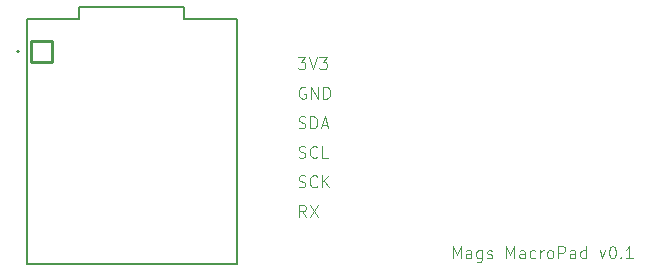
<source format=gto>
%TF.GenerationSoftware,KiCad,Pcbnew,8.0.0*%
%TF.CreationDate,2024-03-18T12:55:46-04:00*%
%TF.ProjectId,mmp,6d6d702e-6b69-4636-9164-5f7063625858,rev?*%
%TF.SameCoordinates,Original*%
%TF.FileFunction,Legend,Top*%
%TF.FilePolarity,Positive*%
%FSLAX46Y46*%
G04 Gerber Fmt 4.6, Leading zero omitted, Abs format (unit mm)*
G04 Created by KiCad (PCBNEW 8.0.0) date 2024-03-18 12:55:46*
%MOMM*%
%LPD*%
G01*
G04 APERTURE LIST*
G04 Aperture macros list*
%AMRoundRect*
0 Rectangle with rounded corners*
0 $1 Rounding radius*
0 $2 $3 $4 $5 $6 $7 $8 $9 X,Y pos of 4 corners*
0 Add a 4 corners polygon primitive as box body*
4,1,4,$2,$3,$4,$5,$6,$7,$8,$9,$2,$3,0*
0 Add four circle primitives for the rounded corners*
1,1,$1+$1,$2,$3*
1,1,$1+$1,$4,$5*
1,1,$1+$1,$6,$7*
1,1,$1+$1,$8,$9*
0 Add four rect primitives between the rounded corners*
20,1,$1+$1,$2,$3,$4,$5,0*
20,1,$1+$1,$4,$5,$6,$7,0*
20,1,$1+$1,$6,$7,$8,$9,0*
20,1,$1+$1,$8,$9,$2,$3,0*%
G04 Aperture macros list end*
%ADD10C,0.100000*%
%ADD11C,0.127000*%
%ADD12C,0.200000*%
%ADD13C,1.701800*%
%ADD14C,3.987800*%
%ADD15RoundRect,0.102000X-0.900000X-0.900000X0.900000X-0.900000X0.900000X0.900000X-0.900000X0.900000X0*%
%ADD16C,2.004000*%
%ADD17C,0.700000*%
%ADD18C,4.400000*%
%ADD19R,1.700000X1.700000*%
%ADD20O,1.700000X1.700000*%
G04 APERTURE END LIST*
D10*
X124375312Y-54872419D02*
X124041979Y-54396228D01*
X123803884Y-54872419D02*
X123803884Y-53872419D01*
X123803884Y-53872419D02*
X124184836Y-53872419D01*
X124184836Y-53872419D02*
X124280074Y-53920038D01*
X124280074Y-53920038D02*
X124327693Y-53967657D01*
X124327693Y-53967657D02*
X124375312Y-54062895D01*
X124375312Y-54062895D02*
X124375312Y-54205752D01*
X124375312Y-54205752D02*
X124327693Y-54300990D01*
X124327693Y-54300990D02*
X124280074Y-54348609D01*
X124280074Y-54348609D02*
X124184836Y-54396228D01*
X124184836Y-54396228D02*
X123803884Y-54396228D01*
X124708646Y-53872419D02*
X125375312Y-54872419D01*
X125375312Y-53872419D02*
X124708646Y-54872419D01*
X123756265Y-52324800D02*
X123899122Y-52372419D01*
X123899122Y-52372419D02*
X124137217Y-52372419D01*
X124137217Y-52372419D02*
X124232455Y-52324800D01*
X124232455Y-52324800D02*
X124280074Y-52277180D01*
X124280074Y-52277180D02*
X124327693Y-52181942D01*
X124327693Y-52181942D02*
X124327693Y-52086704D01*
X124327693Y-52086704D02*
X124280074Y-51991466D01*
X124280074Y-51991466D02*
X124232455Y-51943847D01*
X124232455Y-51943847D02*
X124137217Y-51896228D01*
X124137217Y-51896228D02*
X123946741Y-51848609D01*
X123946741Y-51848609D02*
X123851503Y-51800990D01*
X123851503Y-51800990D02*
X123803884Y-51753371D01*
X123803884Y-51753371D02*
X123756265Y-51658133D01*
X123756265Y-51658133D02*
X123756265Y-51562895D01*
X123756265Y-51562895D02*
X123803884Y-51467657D01*
X123803884Y-51467657D02*
X123851503Y-51420038D01*
X123851503Y-51420038D02*
X123946741Y-51372419D01*
X123946741Y-51372419D02*
X124184836Y-51372419D01*
X124184836Y-51372419D02*
X124327693Y-51420038D01*
X125327693Y-52277180D02*
X125280074Y-52324800D01*
X125280074Y-52324800D02*
X125137217Y-52372419D01*
X125137217Y-52372419D02*
X125041979Y-52372419D01*
X125041979Y-52372419D02*
X124899122Y-52324800D01*
X124899122Y-52324800D02*
X124803884Y-52229561D01*
X124803884Y-52229561D02*
X124756265Y-52134323D01*
X124756265Y-52134323D02*
X124708646Y-51943847D01*
X124708646Y-51943847D02*
X124708646Y-51800990D01*
X124708646Y-51800990D02*
X124756265Y-51610514D01*
X124756265Y-51610514D02*
X124803884Y-51515276D01*
X124803884Y-51515276D02*
X124899122Y-51420038D01*
X124899122Y-51420038D02*
X125041979Y-51372419D01*
X125041979Y-51372419D02*
X125137217Y-51372419D01*
X125137217Y-51372419D02*
X125280074Y-51420038D01*
X125280074Y-51420038D02*
X125327693Y-51467657D01*
X125756265Y-52372419D02*
X125756265Y-51372419D01*
X126327693Y-52372419D02*
X125899122Y-51800990D01*
X126327693Y-51372419D02*
X125756265Y-51943847D01*
X123756265Y-49824800D02*
X123899122Y-49872419D01*
X123899122Y-49872419D02*
X124137217Y-49872419D01*
X124137217Y-49872419D02*
X124232455Y-49824800D01*
X124232455Y-49824800D02*
X124280074Y-49777180D01*
X124280074Y-49777180D02*
X124327693Y-49681942D01*
X124327693Y-49681942D02*
X124327693Y-49586704D01*
X124327693Y-49586704D02*
X124280074Y-49491466D01*
X124280074Y-49491466D02*
X124232455Y-49443847D01*
X124232455Y-49443847D02*
X124137217Y-49396228D01*
X124137217Y-49396228D02*
X123946741Y-49348609D01*
X123946741Y-49348609D02*
X123851503Y-49300990D01*
X123851503Y-49300990D02*
X123803884Y-49253371D01*
X123803884Y-49253371D02*
X123756265Y-49158133D01*
X123756265Y-49158133D02*
X123756265Y-49062895D01*
X123756265Y-49062895D02*
X123803884Y-48967657D01*
X123803884Y-48967657D02*
X123851503Y-48920038D01*
X123851503Y-48920038D02*
X123946741Y-48872419D01*
X123946741Y-48872419D02*
X124184836Y-48872419D01*
X124184836Y-48872419D02*
X124327693Y-48920038D01*
X125327693Y-49777180D02*
X125280074Y-49824800D01*
X125280074Y-49824800D02*
X125137217Y-49872419D01*
X125137217Y-49872419D02*
X125041979Y-49872419D01*
X125041979Y-49872419D02*
X124899122Y-49824800D01*
X124899122Y-49824800D02*
X124803884Y-49729561D01*
X124803884Y-49729561D02*
X124756265Y-49634323D01*
X124756265Y-49634323D02*
X124708646Y-49443847D01*
X124708646Y-49443847D02*
X124708646Y-49300990D01*
X124708646Y-49300990D02*
X124756265Y-49110514D01*
X124756265Y-49110514D02*
X124803884Y-49015276D01*
X124803884Y-49015276D02*
X124899122Y-48920038D01*
X124899122Y-48920038D02*
X125041979Y-48872419D01*
X125041979Y-48872419D02*
X125137217Y-48872419D01*
X125137217Y-48872419D02*
X125280074Y-48920038D01*
X125280074Y-48920038D02*
X125327693Y-48967657D01*
X126232455Y-49872419D02*
X125756265Y-49872419D01*
X125756265Y-49872419D02*
X125756265Y-48872419D01*
X123756265Y-47324800D02*
X123899122Y-47372419D01*
X123899122Y-47372419D02*
X124137217Y-47372419D01*
X124137217Y-47372419D02*
X124232455Y-47324800D01*
X124232455Y-47324800D02*
X124280074Y-47277180D01*
X124280074Y-47277180D02*
X124327693Y-47181942D01*
X124327693Y-47181942D02*
X124327693Y-47086704D01*
X124327693Y-47086704D02*
X124280074Y-46991466D01*
X124280074Y-46991466D02*
X124232455Y-46943847D01*
X124232455Y-46943847D02*
X124137217Y-46896228D01*
X124137217Y-46896228D02*
X123946741Y-46848609D01*
X123946741Y-46848609D02*
X123851503Y-46800990D01*
X123851503Y-46800990D02*
X123803884Y-46753371D01*
X123803884Y-46753371D02*
X123756265Y-46658133D01*
X123756265Y-46658133D02*
X123756265Y-46562895D01*
X123756265Y-46562895D02*
X123803884Y-46467657D01*
X123803884Y-46467657D02*
X123851503Y-46420038D01*
X123851503Y-46420038D02*
X123946741Y-46372419D01*
X123946741Y-46372419D02*
X124184836Y-46372419D01*
X124184836Y-46372419D02*
X124327693Y-46420038D01*
X124756265Y-47372419D02*
X124756265Y-46372419D01*
X124756265Y-46372419D02*
X124994360Y-46372419D01*
X124994360Y-46372419D02*
X125137217Y-46420038D01*
X125137217Y-46420038D02*
X125232455Y-46515276D01*
X125232455Y-46515276D02*
X125280074Y-46610514D01*
X125280074Y-46610514D02*
X125327693Y-46800990D01*
X125327693Y-46800990D02*
X125327693Y-46943847D01*
X125327693Y-46943847D02*
X125280074Y-47134323D01*
X125280074Y-47134323D02*
X125232455Y-47229561D01*
X125232455Y-47229561D02*
X125137217Y-47324800D01*
X125137217Y-47324800D02*
X124994360Y-47372419D01*
X124994360Y-47372419D02*
X124756265Y-47372419D01*
X125708646Y-47086704D02*
X126184836Y-47086704D01*
X125613408Y-47372419D02*
X125946741Y-46372419D01*
X125946741Y-46372419D02*
X126280074Y-47372419D01*
X124327693Y-43920038D02*
X124232455Y-43872419D01*
X124232455Y-43872419D02*
X124089598Y-43872419D01*
X124089598Y-43872419D02*
X123946741Y-43920038D01*
X123946741Y-43920038D02*
X123851503Y-44015276D01*
X123851503Y-44015276D02*
X123803884Y-44110514D01*
X123803884Y-44110514D02*
X123756265Y-44300990D01*
X123756265Y-44300990D02*
X123756265Y-44443847D01*
X123756265Y-44443847D02*
X123803884Y-44634323D01*
X123803884Y-44634323D02*
X123851503Y-44729561D01*
X123851503Y-44729561D02*
X123946741Y-44824800D01*
X123946741Y-44824800D02*
X124089598Y-44872419D01*
X124089598Y-44872419D02*
X124184836Y-44872419D01*
X124184836Y-44872419D02*
X124327693Y-44824800D01*
X124327693Y-44824800D02*
X124375312Y-44777180D01*
X124375312Y-44777180D02*
X124375312Y-44443847D01*
X124375312Y-44443847D02*
X124184836Y-44443847D01*
X124803884Y-44872419D02*
X124803884Y-43872419D01*
X124803884Y-43872419D02*
X125375312Y-44872419D01*
X125375312Y-44872419D02*
X125375312Y-43872419D01*
X125851503Y-44872419D02*
X125851503Y-43872419D01*
X125851503Y-43872419D02*
X126089598Y-43872419D01*
X126089598Y-43872419D02*
X126232455Y-43920038D01*
X126232455Y-43920038D02*
X126327693Y-44015276D01*
X126327693Y-44015276D02*
X126375312Y-44110514D01*
X126375312Y-44110514D02*
X126422931Y-44300990D01*
X126422931Y-44300990D02*
X126422931Y-44443847D01*
X126422931Y-44443847D02*
X126375312Y-44634323D01*
X126375312Y-44634323D02*
X126327693Y-44729561D01*
X126327693Y-44729561D02*
X126232455Y-44824800D01*
X126232455Y-44824800D02*
X126089598Y-44872419D01*
X126089598Y-44872419D02*
X125851503Y-44872419D01*
X123708646Y-41372419D02*
X124327693Y-41372419D01*
X124327693Y-41372419D02*
X123994360Y-41753371D01*
X123994360Y-41753371D02*
X124137217Y-41753371D01*
X124137217Y-41753371D02*
X124232455Y-41800990D01*
X124232455Y-41800990D02*
X124280074Y-41848609D01*
X124280074Y-41848609D02*
X124327693Y-41943847D01*
X124327693Y-41943847D02*
X124327693Y-42181942D01*
X124327693Y-42181942D02*
X124280074Y-42277180D01*
X124280074Y-42277180D02*
X124232455Y-42324800D01*
X124232455Y-42324800D02*
X124137217Y-42372419D01*
X124137217Y-42372419D02*
X123851503Y-42372419D01*
X123851503Y-42372419D02*
X123756265Y-42324800D01*
X123756265Y-42324800D02*
X123708646Y-42277180D01*
X124613408Y-41372419D02*
X124946741Y-42372419D01*
X124946741Y-42372419D02*
X125280074Y-41372419D01*
X125518170Y-41372419D02*
X126137217Y-41372419D01*
X126137217Y-41372419D02*
X125803884Y-41753371D01*
X125803884Y-41753371D02*
X125946741Y-41753371D01*
X125946741Y-41753371D02*
X126041979Y-41800990D01*
X126041979Y-41800990D02*
X126089598Y-41848609D01*
X126089598Y-41848609D02*
X126137217Y-41943847D01*
X126137217Y-41943847D02*
X126137217Y-42181942D01*
X126137217Y-42181942D02*
X126089598Y-42277180D01*
X126089598Y-42277180D02*
X126041979Y-42324800D01*
X126041979Y-42324800D02*
X125946741Y-42372419D01*
X125946741Y-42372419D02*
X125661027Y-42372419D01*
X125661027Y-42372419D02*
X125565789Y-42324800D01*
X125565789Y-42324800D02*
X125518170Y-42277180D01*
X136803884Y-58372419D02*
X136803884Y-57372419D01*
X136803884Y-57372419D02*
X137137217Y-58086704D01*
X137137217Y-58086704D02*
X137470550Y-57372419D01*
X137470550Y-57372419D02*
X137470550Y-58372419D01*
X138375312Y-58372419D02*
X138375312Y-57848609D01*
X138375312Y-57848609D02*
X138327693Y-57753371D01*
X138327693Y-57753371D02*
X138232455Y-57705752D01*
X138232455Y-57705752D02*
X138041979Y-57705752D01*
X138041979Y-57705752D02*
X137946741Y-57753371D01*
X138375312Y-58324800D02*
X138280074Y-58372419D01*
X138280074Y-58372419D02*
X138041979Y-58372419D01*
X138041979Y-58372419D02*
X137946741Y-58324800D01*
X137946741Y-58324800D02*
X137899122Y-58229561D01*
X137899122Y-58229561D02*
X137899122Y-58134323D01*
X137899122Y-58134323D02*
X137946741Y-58039085D01*
X137946741Y-58039085D02*
X138041979Y-57991466D01*
X138041979Y-57991466D02*
X138280074Y-57991466D01*
X138280074Y-57991466D02*
X138375312Y-57943847D01*
X139280074Y-57705752D02*
X139280074Y-58515276D01*
X139280074Y-58515276D02*
X139232455Y-58610514D01*
X139232455Y-58610514D02*
X139184836Y-58658133D01*
X139184836Y-58658133D02*
X139089598Y-58705752D01*
X139089598Y-58705752D02*
X138946741Y-58705752D01*
X138946741Y-58705752D02*
X138851503Y-58658133D01*
X139280074Y-58324800D02*
X139184836Y-58372419D01*
X139184836Y-58372419D02*
X138994360Y-58372419D01*
X138994360Y-58372419D02*
X138899122Y-58324800D01*
X138899122Y-58324800D02*
X138851503Y-58277180D01*
X138851503Y-58277180D02*
X138803884Y-58181942D01*
X138803884Y-58181942D02*
X138803884Y-57896228D01*
X138803884Y-57896228D02*
X138851503Y-57800990D01*
X138851503Y-57800990D02*
X138899122Y-57753371D01*
X138899122Y-57753371D02*
X138994360Y-57705752D01*
X138994360Y-57705752D02*
X139184836Y-57705752D01*
X139184836Y-57705752D02*
X139280074Y-57753371D01*
X139708646Y-58324800D02*
X139803884Y-58372419D01*
X139803884Y-58372419D02*
X139994360Y-58372419D01*
X139994360Y-58372419D02*
X140089598Y-58324800D01*
X140089598Y-58324800D02*
X140137217Y-58229561D01*
X140137217Y-58229561D02*
X140137217Y-58181942D01*
X140137217Y-58181942D02*
X140089598Y-58086704D01*
X140089598Y-58086704D02*
X139994360Y-58039085D01*
X139994360Y-58039085D02*
X139851503Y-58039085D01*
X139851503Y-58039085D02*
X139756265Y-57991466D01*
X139756265Y-57991466D02*
X139708646Y-57896228D01*
X139708646Y-57896228D02*
X139708646Y-57848609D01*
X139708646Y-57848609D02*
X139756265Y-57753371D01*
X139756265Y-57753371D02*
X139851503Y-57705752D01*
X139851503Y-57705752D02*
X139994360Y-57705752D01*
X139994360Y-57705752D02*
X140089598Y-57753371D01*
X141327694Y-58372419D02*
X141327694Y-57372419D01*
X141327694Y-57372419D02*
X141661027Y-58086704D01*
X141661027Y-58086704D02*
X141994360Y-57372419D01*
X141994360Y-57372419D02*
X141994360Y-58372419D01*
X142899122Y-58372419D02*
X142899122Y-57848609D01*
X142899122Y-57848609D02*
X142851503Y-57753371D01*
X142851503Y-57753371D02*
X142756265Y-57705752D01*
X142756265Y-57705752D02*
X142565789Y-57705752D01*
X142565789Y-57705752D02*
X142470551Y-57753371D01*
X142899122Y-58324800D02*
X142803884Y-58372419D01*
X142803884Y-58372419D02*
X142565789Y-58372419D01*
X142565789Y-58372419D02*
X142470551Y-58324800D01*
X142470551Y-58324800D02*
X142422932Y-58229561D01*
X142422932Y-58229561D02*
X142422932Y-58134323D01*
X142422932Y-58134323D02*
X142470551Y-58039085D01*
X142470551Y-58039085D02*
X142565789Y-57991466D01*
X142565789Y-57991466D02*
X142803884Y-57991466D01*
X142803884Y-57991466D02*
X142899122Y-57943847D01*
X143803884Y-58324800D02*
X143708646Y-58372419D01*
X143708646Y-58372419D02*
X143518170Y-58372419D01*
X143518170Y-58372419D02*
X143422932Y-58324800D01*
X143422932Y-58324800D02*
X143375313Y-58277180D01*
X143375313Y-58277180D02*
X143327694Y-58181942D01*
X143327694Y-58181942D02*
X143327694Y-57896228D01*
X143327694Y-57896228D02*
X143375313Y-57800990D01*
X143375313Y-57800990D02*
X143422932Y-57753371D01*
X143422932Y-57753371D02*
X143518170Y-57705752D01*
X143518170Y-57705752D02*
X143708646Y-57705752D01*
X143708646Y-57705752D02*
X143803884Y-57753371D01*
X144232456Y-58372419D02*
X144232456Y-57705752D01*
X144232456Y-57896228D02*
X144280075Y-57800990D01*
X144280075Y-57800990D02*
X144327694Y-57753371D01*
X144327694Y-57753371D02*
X144422932Y-57705752D01*
X144422932Y-57705752D02*
X144518170Y-57705752D01*
X144994361Y-58372419D02*
X144899123Y-58324800D01*
X144899123Y-58324800D02*
X144851504Y-58277180D01*
X144851504Y-58277180D02*
X144803885Y-58181942D01*
X144803885Y-58181942D02*
X144803885Y-57896228D01*
X144803885Y-57896228D02*
X144851504Y-57800990D01*
X144851504Y-57800990D02*
X144899123Y-57753371D01*
X144899123Y-57753371D02*
X144994361Y-57705752D01*
X144994361Y-57705752D02*
X145137218Y-57705752D01*
X145137218Y-57705752D02*
X145232456Y-57753371D01*
X145232456Y-57753371D02*
X145280075Y-57800990D01*
X145280075Y-57800990D02*
X145327694Y-57896228D01*
X145327694Y-57896228D02*
X145327694Y-58181942D01*
X145327694Y-58181942D02*
X145280075Y-58277180D01*
X145280075Y-58277180D02*
X145232456Y-58324800D01*
X145232456Y-58324800D02*
X145137218Y-58372419D01*
X145137218Y-58372419D02*
X144994361Y-58372419D01*
X145756266Y-58372419D02*
X145756266Y-57372419D01*
X145756266Y-57372419D02*
X146137218Y-57372419D01*
X146137218Y-57372419D02*
X146232456Y-57420038D01*
X146232456Y-57420038D02*
X146280075Y-57467657D01*
X146280075Y-57467657D02*
X146327694Y-57562895D01*
X146327694Y-57562895D02*
X146327694Y-57705752D01*
X146327694Y-57705752D02*
X146280075Y-57800990D01*
X146280075Y-57800990D02*
X146232456Y-57848609D01*
X146232456Y-57848609D02*
X146137218Y-57896228D01*
X146137218Y-57896228D02*
X145756266Y-57896228D01*
X147184837Y-58372419D02*
X147184837Y-57848609D01*
X147184837Y-57848609D02*
X147137218Y-57753371D01*
X147137218Y-57753371D02*
X147041980Y-57705752D01*
X147041980Y-57705752D02*
X146851504Y-57705752D01*
X146851504Y-57705752D02*
X146756266Y-57753371D01*
X147184837Y-58324800D02*
X147089599Y-58372419D01*
X147089599Y-58372419D02*
X146851504Y-58372419D01*
X146851504Y-58372419D02*
X146756266Y-58324800D01*
X146756266Y-58324800D02*
X146708647Y-58229561D01*
X146708647Y-58229561D02*
X146708647Y-58134323D01*
X146708647Y-58134323D02*
X146756266Y-58039085D01*
X146756266Y-58039085D02*
X146851504Y-57991466D01*
X146851504Y-57991466D02*
X147089599Y-57991466D01*
X147089599Y-57991466D02*
X147184837Y-57943847D01*
X148089599Y-58372419D02*
X148089599Y-57372419D01*
X148089599Y-58324800D02*
X147994361Y-58372419D01*
X147994361Y-58372419D02*
X147803885Y-58372419D01*
X147803885Y-58372419D02*
X147708647Y-58324800D01*
X147708647Y-58324800D02*
X147661028Y-58277180D01*
X147661028Y-58277180D02*
X147613409Y-58181942D01*
X147613409Y-58181942D02*
X147613409Y-57896228D01*
X147613409Y-57896228D02*
X147661028Y-57800990D01*
X147661028Y-57800990D02*
X147708647Y-57753371D01*
X147708647Y-57753371D02*
X147803885Y-57705752D01*
X147803885Y-57705752D02*
X147994361Y-57705752D01*
X147994361Y-57705752D02*
X148089599Y-57753371D01*
X149232457Y-57705752D02*
X149470552Y-58372419D01*
X149470552Y-58372419D02*
X149708647Y-57705752D01*
X150280076Y-57372419D02*
X150375314Y-57372419D01*
X150375314Y-57372419D02*
X150470552Y-57420038D01*
X150470552Y-57420038D02*
X150518171Y-57467657D01*
X150518171Y-57467657D02*
X150565790Y-57562895D01*
X150565790Y-57562895D02*
X150613409Y-57753371D01*
X150613409Y-57753371D02*
X150613409Y-57991466D01*
X150613409Y-57991466D02*
X150565790Y-58181942D01*
X150565790Y-58181942D02*
X150518171Y-58277180D01*
X150518171Y-58277180D02*
X150470552Y-58324800D01*
X150470552Y-58324800D02*
X150375314Y-58372419D01*
X150375314Y-58372419D02*
X150280076Y-58372419D01*
X150280076Y-58372419D02*
X150184838Y-58324800D01*
X150184838Y-58324800D02*
X150137219Y-58277180D01*
X150137219Y-58277180D02*
X150089600Y-58181942D01*
X150089600Y-58181942D02*
X150041981Y-57991466D01*
X150041981Y-57991466D02*
X150041981Y-57753371D01*
X150041981Y-57753371D02*
X150089600Y-57562895D01*
X150089600Y-57562895D02*
X150137219Y-57467657D01*
X150137219Y-57467657D02*
X150184838Y-57420038D01*
X150184838Y-57420038D02*
X150280076Y-57372419D01*
X151041981Y-58277180D02*
X151089600Y-58324800D01*
X151089600Y-58324800D02*
X151041981Y-58372419D01*
X151041981Y-58372419D02*
X150994362Y-58324800D01*
X150994362Y-58324800D02*
X151041981Y-58277180D01*
X151041981Y-58277180D02*
X151041981Y-58372419D01*
X152041980Y-58372419D02*
X151470552Y-58372419D01*
X151756266Y-58372419D02*
X151756266Y-57372419D01*
X151756266Y-57372419D02*
X151661028Y-57515276D01*
X151661028Y-57515276D02*
X151565790Y-57610514D01*
X151565790Y-57610514D02*
X151470552Y-57658133D01*
D11*
%TO.C,U1*%
X100730000Y-38149500D02*
X100730000Y-58850500D01*
X100730000Y-58850500D02*
X118510000Y-58850500D01*
X105150000Y-37133500D02*
X114090000Y-37133500D01*
X105150000Y-38149500D02*
X100730000Y-38149500D01*
X105150000Y-38149500D02*
X105150000Y-37133500D01*
X114090000Y-37133500D02*
X114090000Y-38149500D01*
X118510000Y-38149500D02*
X114090000Y-38149500D01*
X118510000Y-58850500D02*
X118510000Y-38149500D01*
D12*
X100080000Y-40880000D02*
G75*
G02*
X99880000Y-40880000I-100000J0D01*
G01*
X99880000Y-40880000D02*
G75*
G02*
X100080000Y-40880000I100000J0D01*
G01*
%TD*%
%LPC*%
D13*
%TO.C,SW4*%
X99920000Y-88000000D03*
D14*
X105000000Y-88000000D03*
D13*
X110080000Y-88000000D03*
%TD*%
D15*
%TO.C,U1*%
X102000000Y-40880000D03*
D16*
X102000000Y-43420000D03*
X102000000Y-45960000D03*
X102000000Y-48500000D03*
X102000000Y-51040000D03*
X102000000Y-53580000D03*
X102000000Y-56120000D03*
X117240000Y-56120000D03*
X117240000Y-53580000D03*
X117240000Y-51040000D03*
X117240000Y-48500000D03*
X117240000Y-45960000D03*
X117240000Y-43420000D03*
X117240000Y-40880000D03*
%TD*%
D13*
%TO.C,SW10*%
X99920000Y-126000000D03*
D14*
X105000000Y-126000000D03*
D13*
X110080000Y-126000000D03*
%TD*%
D17*
%TO.C,REF\u002A\u002A*%
X149850000Y-40500000D03*
X150333274Y-39333274D03*
X150333274Y-41666726D03*
X151500000Y-38850000D03*
D18*
X151500000Y-40500000D03*
D17*
X151500000Y-42150000D03*
X152666726Y-39333274D03*
X152666726Y-41666726D03*
X153150000Y-40500000D03*
%TD*%
D13*
%TO.C,SW2*%
X118920000Y-69000000D03*
D14*
X124000000Y-69000000D03*
D13*
X129080000Y-69000000D03*
%TD*%
%TO.C,SW3*%
X137920000Y-69000000D03*
D14*
X143000000Y-69000000D03*
D13*
X148080000Y-69000000D03*
%TD*%
%TO.C,SW5*%
X118920000Y-88000000D03*
D14*
X124000000Y-88000000D03*
D13*
X129080000Y-88000000D03*
%TD*%
D17*
%TO.C,REF\u002A\u002A*%
X94850000Y-40500000D03*
X95333274Y-39333274D03*
X95333274Y-41666726D03*
X96500000Y-38850000D03*
D18*
X96500000Y-40500000D03*
D17*
X96500000Y-42150000D03*
X97666726Y-39333274D03*
X97666726Y-41666726D03*
X98150000Y-40500000D03*
%TD*%
D13*
%TO.C,SW7*%
X99920000Y-107000000D03*
D14*
X105000000Y-107000000D03*
D13*
X110080000Y-107000000D03*
%TD*%
%TO.C,SW1*%
X100000000Y-69000000D03*
D14*
X105080000Y-69000000D03*
D13*
X110160000Y-69000000D03*
%TD*%
%TO.C,SW9*%
X137920000Y-107000000D03*
D14*
X143000000Y-107000000D03*
D13*
X148080000Y-107000000D03*
%TD*%
%TO.C,SW12*%
X137920000Y-126000000D03*
D14*
X143000000Y-126000000D03*
D13*
X148080000Y-126000000D03*
%TD*%
%TO.C,SW11*%
X118920000Y-126000000D03*
D14*
X124000000Y-126000000D03*
D13*
X129080000Y-126000000D03*
%TD*%
%TO.C,SW8*%
X118920000Y-107000000D03*
D14*
X124000000Y-107000000D03*
D13*
X129080000Y-107000000D03*
%TD*%
%TO.C,SW6*%
X137920000Y-88000000D03*
D14*
X143000000Y-88000000D03*
D13*
X148080000Y-88000000D03*
%TD*%
D19*
%TO.C,J2*%
X122000000Y-54500000D03*
D20*
X122000000Y-51960000D03*
X122000000Y-49420000D03*
X122000000Y-46880000D03*
X122000000Y-44340000D03*
X122000000Y-41800000D03*
%TD*%
%LPD*%
M02*

</source>
